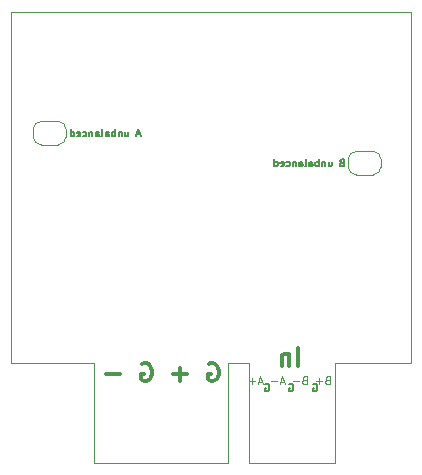
<source format=gbr>
%TF.GenerationSoftware,KiCad,Pcbnew,5.0.2-bee76a0~70~ubuntu16.04.1*%
%TF.CreationDate,2019-06-19T10:20:04+02:00*%
%TF.ProjectId,mixerin_output,6d697865-7269-46e5-9f6f-75747075742e,rev?*%
%TF.SameCoordinates,Original*%
%TF.FileFunction,Legend,Bot*%
%TF.FilePolarity,Positive*%
%FSLAX46Y46*%
G04 Gerber Fmt 4.6, Leading zero omitted, Abs format (unit mm)*
G04 Created by KiCad (PCBNEW 5.0.2-bee76a0~70~ubuntu16.04.1) date Mi 19 Jun 2019 10:20:04 CEST*
%MOMM*%
%LPD*%
G01*
G04 APERTURE LIST*
%ADD10C,0.100000*%
%ADD11C,0.150000*%
%ADD12C,0.155000*%
%ADD13C,0.300000*%
%ADD14C,0.125000*%
%ADD15C,0.120000*%
G04 APERTURE END LIST*
D10*
X108915200Y-69850000D02*
X116230400Y-69850000D01*
X108915200Y-61350000D02*
X108915200Y-69850000D01*
X107137200Y-61350000D02*
X108915200Y-61350000D01*
X107137200Y-69850000D02*
X107137200Y-61350000D01*
X122682000Y-31623000D02*
X122682000Y-61350000D01*
X88773000Y-31623000D02*
X122682000Y-31623000D01*
X88773000Y-61350000D02*
X88773000Y-31623000D01*
X95808800Y-61350000D02*
X88773000Y-61350000D01*
X95808800Y-69850000D02*
X95808800Y-61350000D01*
X107111800Y-69850000D02*
X95808800Y-69850000D01*
X116230400Y-61350000D02*
X116230400Y-69850000D01*
X122682000Y-61350000D02*
X116230400Y-61350000D01*
D11*
X99716857Y-42010000D02*
X99431142Y-42010000D01*
X99774000Y-42181428D02*
X99574000Y-41581428D01*
X99374000Y-42181428D01*
X98459714Y-41781428D02*
X98459714Y-42181428D01*
X98716857Y-41781428D02*
X98716857Y-42095714D01*
X98688285Y-42152857D01*
X98631142Y-42181428D01*
X98545428Y-42181428D01*
X98488285Y-42152857D01*
X98459714Y-42124285D01*
X98174000Y-41781428D02*
X98174000Y-42181428D01*
X98174000Y-41838571D02*
X98145428Y-41810000D01*
X98088285Y-41781428D01*
X98002571Y-41781428D01*
X97945428Y-41810000D01*
X97916857Y-41867142D01*
X97916857Y-42181428D01*
X97631142Y-42181428D02*
X97631142Y-41581428D01*
X97631142Y-41810000D02*
X97574000Y-41781428D01*
X97459714Y-41781428D01*
X97402571Y-41810000D01*
X97374000Y-41838571D01*
X97345428Y-41895714D01*
X97345428Y-42067142D01*
X97374000Y-42124285D01*
X97402571Y-42152857D01*
X97459714Y-42181428D01*
X97574000Y-42181428D01*
X97631142Y-42152857D01*
X96831142Y-42181428D02*
X96831142Y-41867142D01*
X96859714Y-41810000D01*
X96916857Y-41781428D01*
X97031142Y-41781428D01*
X97088285Y-41810000D01*
X96831142Y-42152857D02*
X96888285Y-42181428D01*
X97031142Y-42181428D01*
X97088285Y-42152857D01*
X97116857Y-42095714D01*
X97116857Y-42038571D01*
X97088285Y-41981428D01*
X97031142Y-41952857D01*
X96888285Y-41952857D01*
X96831142Y-41924285D01*
X96459714Y-42181428D02*
X96516857Y-42152857D01*
X96545428Y-42095714D01*
X96545428Y-41581428D01*
X95974000Y-42181428D02*
X95974000Y-41867142D01*
X96002571Y-41810000D01*
X96059714Y-41781428D01*
X96174000Y-41781428D01*
X96231142Y-41810000D01*
X95974000Y-42152857D02*
X96031142Y-42181428D01*
X96174000Y-42181428D01*
X96231142Y-42152857D01*
X96259714Y-42095714D01*
X96259714Y-42038571D01*
X96231142Y-41981428D01*
X96174000Y-41952857D01*
X96031142Y-41952857D01*
X95974000Y-41924285D01*
X95688285Y-41781428D02*
X95688285Y-42181428D01*
X95688285Y-41838571D02*
X95659714Y-41810000D01*
X95602571Y-41781428D01*
X95516857Y-41781428D01*
X95459714Y-41810000D01*
X95431142Y-41867142D01*
X95431142Y-42181428D01*
X94888285Y-42152857D02*
X94945428Y-42181428D01*
X95059714Y-42181428D01*
X95116857Y-42152857D01*
X95145428Y-42124285D01*
X95174000Y-42067142D01*
X95174000Y-41895714D01*
X95145428Y-41838571D01*
X95116857Y-41810000D01*
X95059714Y-41781428D01*
X94945428Y-41781428D01*
X94888285Y-41810000D01*
X94402571Y-42152857D02*
X94459714Y-42181428D01*
X94574000Y-42181428D01*
X94631142Y-42152857D01*
X94659714Y-42095714D01*
X94659714Y-41867142D01*
X94631142Y-41810000D01*
X94574000Y-41781428D01*
X94459714Y-41781428D01*
X94402571Y-41810000D01*
X94374000Y-41867142D01*
X94374000Y-41924285D01*
X94659714Y-41981428D01*
X93859714Y-42181428D02*
X93859714Y-41581428D01*
X93859714Y-42152857D02*
X93916857Y-42181428D01*
X94031142Y-42181428D01*
X94088285Y-42152857D01*
X94116857Y-42124285D01*
X94145428Y-42067142D01*
X94145428Y-41895714D01*
X94116857Y-41838571D01*
X94088285Y-41810000D01*
X94031142Y-41781428D01*
X93916857Y-41781428D01*
X93859714Y-41810000D01*
X116803142Y-44407142D02*
X116717428Y-44435714D01*
X116688857Y-44464285D01*
X116660285Y-44521428D01*
X116660285Y-44607142D01*
X116688857Y-44664285D01*
X116717428Y-44692857D01*
X116774571Y-44721428D01*
X117003142Y-44721428D01*
X117003142Y-44121428D01*
X116803142Y-44121428D01*
X116746000Y-44150000D01*
X116717428Y-44178571D01*
X116688857Y-44235714D01*
X116688857Y-44292857D01*
X116717428Y-44350000D01*
X116746000Y-44378571D01*
X116803142Y-44407142D01*
X117003142Y-44407142D01*
X115688857Y-44321428D02*
X115688857Y-44721428D01*
X115946000Y-44321428D02*
X115946000Y-44635714D01*
X115917428Y-44692857D01*
X115860285Y-44721428D01*
X115774571Y-44721428D01*
X115717428Y-44692857D01*
X115688857Y-44664285D01*
X115403142Y-44321428D02*
X115403142Y-44721428D01*
X115403142Y-44378571D02*
X115374571Y-44350000D01*
X115317428Y-44321428D01*
X115231714Y-44321428D01*
X115174571Y-44350000D01*
X115146000Y-44407142D01*
X115146000Y-44721428D01*
X114860285Y-44721428D02*
X114860285Y-44121428D01*
X114860285Y-44350000D02*
X114803142Y-44321428D01*
X114688857Y-44321428D01*
X114631714Y-44350000D01*
X114603142Y-44378571D01*
X114574571Y-44435714D01*
X114574571Y-44607142D01*
X114603142Y-44664285D01*
X114631714Y-44692857D01*
X114688857Y-44721428D01*
X114803142Y-44721428D01*
X114860285Y-44692857D01*
X114060285Y-44721428D02*
X114060285Y-44407142D01*
X114088857Y-44350000D01*
X114146000Y-44321428D01*
X114260285Y-44321428D01*
X114317428Y-44350000D01*
X114060285Y-44692857D02*
X114117428Y-44721428D01*
X114260285Y-44721428D01*
X114317428Y-44692857D01*
X114346000Y-44635714D01*
X114346000Y-44578571D01*
X114317428Y-44521428D01*
X114260285Y-44492857D01*
X114117428Y-44492857D01*
X114060285Y-44464285D01*
X113688857Y-44721428D02*
X113746000Y-44692857D01*
X113774571Y-44635714D01*
X113774571Y-44121428D01*
X113203142Y-44721428D02*
X113203142Y-44407142D01*
X113231714Y-44350000D01*
X113288857Y-44321428D01*
X113403142Y-44321428D01*
X113460285Y-44350000D01*
X113203142Y-44692857D02*
X113260285Y-44721428D01*
X113403142Y-44721428D01*
X113460285Y-44692857D01*
X113488857Y-44635714D01*
X113488857Y-44578571D01*
X113460285Y-44521428D01*
X113403142Y-44492857D01*
X113260285Y-44492857D01*
X113203142Y-44464285D01*
X112917428Y-44321428D02*
X112917428Y-44721428D01*
X112917428Y-44378571D02*
X112888857Y-44350000D01*
X112831714Y-44321428D01*
X112746000Y-44321428D01*
X112688857Y-44350000D01*
X112660285Y-44407142D01*
X112660285Y-44721428D01*
X112117428Y-44692857D02*
X112174571Y-44721428D01*
X112288857Y-44721428D01*
X112346000Y-44692857D01*
X112374571Y-44664285D01*
X112403142Y-44607142D01*
X112403142Y-44435714D01*
X112374571Y-44378571D01*
X112346000Y-44350000D01*
X112288857Y-44321428D01*
X112174571Y-44321428D01*
X112117428Y-44350000D01*
X111631714Y-44692857D02*
X111688857Y-44721428D01*
X111803142Y-44721428D01*
X111860285Y-44692857D01*
X111888857Y-44635714D01*
X111888857Y-44407142D01*
X111860285Y-44350000D01*
X111803142Y-44321428D01*
X111688857Y-44321428D01*
X111631714Y-44350000D01*
X111603142Y-44407142D01*
X111603142Y-44464285D01*
X111888857Y-44521428D01*
X111088857Y-44721428D02*
X111088857Y-44121428D01*
X111088857Y-44692857D02*
X111146000Y-44721428D01*
X111260285Y-44721428D01*
X111317428Y-44692857D01*
X111346000Y-44664285D01*
X111374571Y-44607142D01*
X111374571Y-44435714D01*
X111346000Y-44378571D01*
X111317428Y-44350000D01*
X111260285Y-44321428D01*
X111146000Y-44321428D01*
X111088857Y-44350000D01*
D12*
X114396761Y-63190000D02*
X114455809Y-63160476D01*
X114544380Y-63160476D01*
X114632952Y-63190000D01*
X114692000Y-63249047D01*
X114721523Y-63308095D01*
X114751047Y-63426190D01*
X114751047Y-63514761D01*
X114721523Y-63632857D01*
X114692000Y-63691904D01*
X114632952Y-63750952D01*
X114544380Y-63780476D01*
X114485333Y-63780476D01*
X114396761Y-63750952D01*
X114367238Y-63721428D01*
X114367238Y-63514761D01*
X114485333Y-63514761D01*
X112359619Y-63190000D02*
X112418666Y-63160476D01*
X112507238Y-63160476D01*
X112595809Y-63190000D01*
X112654857Y-63249047D01*
X112684380Y-63308095D01*
X112713904Y-63426190D01*
X112713904Y-63514761D01*
X112684380Y-63632857D01*
X112654857Y-63691904D01*
X112595809Y-63750952D01*
X112507238Y-63780476D01*
X112448190Y-63780476D01*
X112359619Y-63750952D01*
X112330095Y-63721428D01*
X112330095Y-63514761D01*
X112448190Y-63514761D01*
X110322476Y-63190000D02*
X110381523Y-63160476D01*
X110470095Y-63160476D01*
X110558666Y-63190000D01*
X110617714Y-63249047D01*
X110647238Y-63308095D01*
X110676761Y-63426190D01*
X110676761Y-63514761D01*
X110647238Y-63632857D01*
X110617714Y-63691904D01*
X110558666Y-63750952D01*
X110470095Y-63780476D01*
X110411047Y-63780476D01*
X110322476Y-63750952D01*
X110292952Y-63721428D01*
X110292952Y-63514761D01*
X110411047Y-63514761D01*
D13*
X113073571Y-61638571D02*
X113073571Y-60138571D01*
X112359285Y-60638571D02*
X112359285Y-61638571D01*
X112359285Y-60781428D02*
X112287857Y-60710000D01*
X112145000Y-60638571D01*
X111930714Y-60638571D01*
X111787857Y-60710000D01*
X111716428Y-60852857D01*
X111716428Y-61638571D01*
D14*
X115583095Y-62818571D02*
X115490238Y-62849523D01*
X115459285Y-62880476D01*
X115428333Y-62942380D01*
X115428333Y-63035238D01*
X115459285Y-63097142D01*
X115490238Y-63128095D01*
X115552142Y-63159047D01*
X115799761Y-63159047D01*
X115799761Y-62509047D01*
X115583095Y-62509047D01*
X115521190Y-62540000D01*
X115490238Y-62570952D01*
X115459285Y-62632857D01*
X115459285Y-62694761D01*
X115490238Y-62756666D01*
X115521190Y-62787619D01*
X115583095Y-62818571D01*
X115799761Y-62818571D01*
X115149761Y-62911428D02*
X114654523Y-62911428D01*
X114902142Y-63159047D02*
X114902142Y-62663809D01*
X113633095Y-62818571D02*
X113540238Y-62849523D01*
X113509285Y-62880476D01*
X113478333Y-62942380D01*
X113478333Y-63035238D01*
X113509285Y-63097142D01*
X113540238Y-63128095D01*
X113602142Y-63159047D01*
X113849761Y-63159047D01*
X113849761Y-62509047D01*
X113633095Y-62509047D01*
X113571190Y-62540000D01*
X113540238Y-62570952D01*
X113509285Y-62632857D01*
X113509285Y-62694761D01*
X113540238Y-62756666D01*
X113571190Y-62787619D01*
X113633095Y-62818571D01*
X113849761Y-62818571D01*
X113199761Y-62911428D02*
X112704523Y-62911428D01*
X111930714Y-62973333D02*
X111621190Y-62973333D01*
X111992619Y-63159047D02*
X111775952Y-62509047D01*
X111559285Y-63159047D01*
X111342619Y-62911428D02*
X110847380Y-62911428D01*
X110073571Y-62973333D02*
X109764047Y-62973333D01*
X110135476Y-63159047D02*
X109918809Y-62509047D01*
X109702142Y-63159047D01*
X109485476Y-62911428D02*
X108990238Y-62911428D01*
X109237857Y-63159047D02*
X109237857Y-62663809D01*
D13*
X105528571Y-61480000D02*
X105671428Y-61408571D01*
X105885714Y-61408571D01*
X106100000Y-61480000D01*
X106242857Y-61622857D01*
X106314285Y-61765714D01*
X106385714Y-62051428D01*
X106385714Y-62265714D01*
X106314285Y-62551428D01*
X106242857Y-62694285D01*
X106100000Y-62837142D01*
X105885714Y-62908571D01*
X105742857Y-62908571D01*
X105528571Y-62837142D01*
X105457142Y-62765714D01*
X105457142Y-62265714D01*
X105742857Y-62265714D01*
X103671428Y-62337142D02*
X102528571Y-62337142D01*
X103100000Y-62908571D02*
X103100000Y-61765714D01*
X99885714Y-61480000D02*
X100028571Y-61408571D01*
X100242857Y-61408571D01*
X100457142Y-61480000D01*
X100600000Y-61622857D01*
X100671428Y-61765714D01*
X100742857Y-62051428D01*
X100742857Y-62265714D01*
X100671428Y-62551428D01*
X100600000Y-62694285D01*
X100457142Y-62837142D01*
X100242857Y-62908571D01*
X100100000Y-62908571D01*
X99885714Y-62837142D01*
X99814285Y-62765714D01*
X99814285Y-62265714D01*
X100100000Y-62265714D01*
X98028571Y-62337142D02*
X96885714Y-62337142D01*
D15*
X91375000Y-42910000D02*
X92775000Y-42910000D01*
X93475000Y-42210000D02*
X93475000Y-41610000D01*
X92775000Y-40910000D02*
X91375000Y-40910000D01*
X90675000Y-41610000D02*
X90675000Y-42210000D01*
X90675000Y-42210000D02*
G75*
G03X91375000Y-42910000I700000J0D01*
G01*
X91375000Y-40910000D02*
G75*
G03X90675000Y-41610000I0J-700000D01*
G01*
X93475000Y-41610000D02*
G75*
G03X92775000Y-40910000I-700000J0D01*
G01*
X92775000Y-42910000D02*
G75*
G03X93475000Y-42210000I0J700000D01*
G01*
X118045000Y-43450000D02*
G75*
G03X117345000Y-44150000I0J-700000D01*
G01*
X117345000Y-44750000D02*
G75*
G03X118045000Y-45450000I700000J0D01*
G01*
X119445000Y-45450000D02*
G75*
G03X120145000Y-44750000I0J700000D01*
G01*
X120145000Y-44150000D02*
G75*
G03X119445000Y-43450000I-700000J0D01*
G01*
X120145000Y-44750000D02*
X120145000Y-44150000D01*
X118045000Y-45450000D02*
X119445000Y-45450000D01*
X117345000Y-44150000D02*
X117345000Y-44750000D01*
X119445000Y-43450000D02*
X118045000Y-43450000D01*
M02*

</source>
